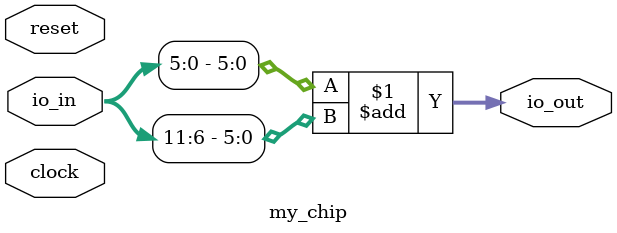
<source format=sv>
`default_nettype none

module my_chip (
    input logic [11:0] io_in, 
    input logic clock, reset,
    output logic [11:0] io_out
);

    assign io_out = io_in[5:0] + io_in[11:6];

endmodule

</source>
